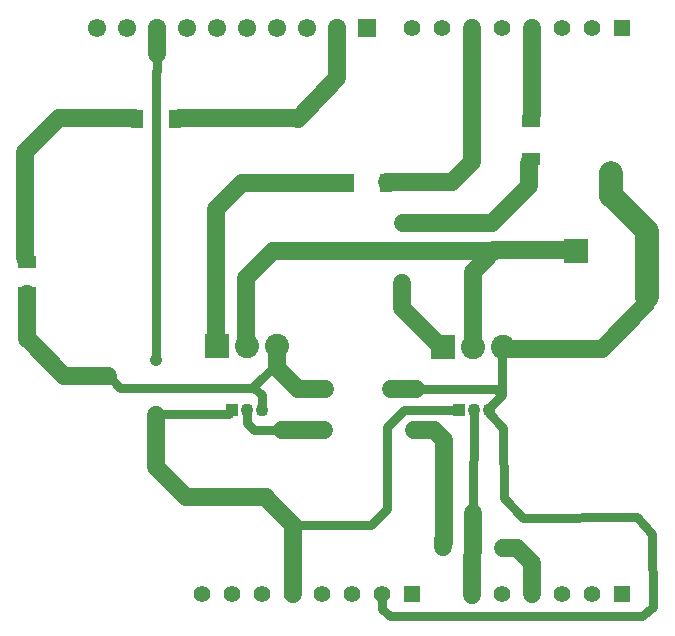
<source format=gtl>
%FSLAX33Y33*%
%MOMM*%
%AMRect-W2049999-H2049999-RO1.500*
21,1,2.049999,2.049999,0.,0.,90*%
%AMRect-W1000000-H1500000-RO0.500*
21,1,1.,1.5,0.,0.,270*%
%AMRect-W1000000-H1500000-RO1.000*
21,1,1.,1.5,0.,0.,180*%
%AMRect-W1550000-H1550000-RO1.000*
21,1,1.55,1.55,0.,0.,180*%
%AMRect-W1100000-H1100000-RO0.500*
21,1,1.1,1.1,0.,0.,270*%
%AMRect-W1400000-H1400000-RO0.500*
21,1,1.4,1.4,0.,0.,270*%
%AMRect-W2000000-H2000000-RO1.500*
21,1,2.,2.,0.,0.,90*%
%AMRR-H2000000-W2000000-R1000000-RO1.500*
1,1,2.,-0.,-0.*
1,1,2.,-0.,0.*
1,1,2.,0.,0.*
1,1,2.,0.,-0.*%
%AMRect-W1390000-H1390000-RO0.500*
21,1,1.39,1.39,0.,0.,270*%
%ADD10C,0.762*%
%ADD11C,2.032*%
%ADD12C,1.524*%
%ADD13C,1.0668*%
%ADD14C,2.049999*%
%ADD15Rect-W2049999-H2049999-RO1.500*%
%ADD16Rect-W1000000-H1500000-RO0.500*%
%ADD17Rect-W1000000-H1500000-RO1.000*%
%ADD18C,1.55*%
%ADD19Rect-W1550000-H1550000-RO1.000*%
%ADD20C,1.1*%
%ADD21Rect-W1100000-H1100000-RO0.500*%
%ADD22C,1.4*%
%ADD23Rect-W1400000-H1400000-RO0.500*%
%ADD24Rect-W2000000-H2000000-RO1.500*%
%ADD25RR-H2000000-W2000000-R1000000-RO1.500*%
%ADD26C,1.39*%
%ADD27Rect-W1390000-H1390000-RO0.500*%
D10*
%LNtop copper_traces*%
G01*
X31328Y16480D02*
X33680Y16480D01*
D11*
X61562Y36429D02*
X64610Y33380D01*
D12*
X42857Y20005D02*
X45016Y20005D01*
X48085Y37526D02*
X42568Y37526D01*
X49790Y39231D02*
X48085Y37526D01*
X33244Y23734D02*
X33244Y21747D01*
D10*
X30721Y18131D02*
X30721Y17087D01*
D12*
X51676Y31679D02*
X32916Y31679D01*
X54595Y37186D02*
X54595Y39136D01*
X30315Y37455D02*
X38870Y37455D01*
X33680Y16480D02*
X37186Y16480D01*
D10*
X52400Y16520D02*
X52481Y10759D01*
D12*
X52423Y23396D02*
X60736Y23396D01*
X12055Y28029D02*
X12055Y24224D01*
X49855Y29924D02*
X49855Y23538D01*
X43823Y26876D02*
X43823Y28936D01*
X47338Y6591D02*
X47338Y7300D01*
D10*
X65021Y7722D02*
X65075Y1542D01*
X51123Y18252D02*
X52311Y19441D01*
X23089Y48334D02*
X23089Y46871D01*
D12*
X25072Y42936D02*
X35029Y42936D01*
X38313Y46276D02*
X34994Y42868D01*
X34557Y2611D02*
X34557Y8453D01*
X25557Y10810D02*
X23010Y13358D01*
X43909Y34049D02*
X51458Y34049D01*
X49771Y2532D02*
X49797Y9522D01*
X15235Y21115D02*
X18898Y21115D01*
D10*
X49901Y18191D02*
X49797Y9655D01*
D11*
X64610Y33380D02*
X64610Y31196D01*
X64585Y31948D02*
X64585Y27788D01*
D10*
X63739Y9136D02*
X65021Y7722D01*
X48527Y18241D02*
X44029Y18241D01*
X30721Y17087D02*
X31328Y16480D01*
X23101Y17836D02*
X29163Y17836D01*
D12*
X47348Y15674D02*
X47348Y6901D01*
X51653Y31722D02*
X49855Y29924D01*
D10*
X42532Y9807D02*
X41171Y8445D01*
X31956Y19441D02*
X31956Y18217D01*
D12*
X11915Y40038D02*
X14813Y42936D01*
X28080Y35220D02*
X30315Y37455D01*
X30594Y23660D02*
X30594Y29357D01*
D10*
X41171Y8445D02*
X34630Y8445D01*
D12*
X54868Y5218D02*
X53556Y6530D01*
X38329Y50543D02*
X38329Y46360D01*
D10*
X31328Y20208D02*
X33244Y22123D01*
D12*
X51458Y34049D02*
X54595Y37186D01*
X23101Y50559D02*
X23101Y48303D01*
X32916Y31679D02*
X30594Y29357D01*
X54823Y50550D02*
X54823Y43144D01*
D10*
X42159Y2596D02*
X42159Y1382D01*
X52311Y19441D02*
X52311Y23492D01*
X31293Y20104D02*
X31956Y19441D01*
D12*
X49790Y50550D02*
X49790Y39231D01*
D10*
X44029Y18241D02*
X43396Y17607D01*
D12*
X53556Y6530D02*
X52352Y6530D01*
D10*
X23028Y46871D02*
X23028Y22558D01*
X42774Y0752D02*
X64186Y0752D01*
D12*
X32311Y10810D02*
X25557Y10810D01*
D10*
X33244Y22123D02*
X33244Y23490D01*
X45082Y20005D02*
X51747Y20005D01*
D12*
X23010Y13358D02*
X23010Y17788D01*
X28080Y23701D02*
X28080Y35220D01*
D10*
X19980Y20104D02*
X31293Y20104D01*
D12*
X46543Y16480D02*
X47348Y15674D01*
X11915Y31067D02*
X11915Y40038D01*
X12090Y24260D02*
X15235Y21115D01*
D10*
X52481Y10759D02*
X54051Y9086D01*
X63739Y9136*
D11*
X61526Y36355D02*
X61526Y38263D01*
D12*
X32212Y10798D02*
X34557Y8453D01*
X54868Y2603D02*
X54868Y5218D01*
X51778Y31722D02*
X58547Y31722D01*
X35027Y19964D02*
X37297Y19964D01*
D10*
X65075Y1542D02*
X64186Y0732D01*
D12*
X60736Y23396D02*
X64483Y27181D01*
X44836Y16480D02*
X46543Y16480D01*
D10*
X51156Y17981D02*
X52362Y16647D01*
D12*
X47315Y23383D02*
X43823Y26876D01*
D10*
X43414Y17625D02*
X42532Y16744D01*
X42159Y1382D02*
X42784Y0757D01*
X42532Y16744D02*
X42532Y9807D01*
D12*
X33244Y21747D02*
X35027Y19964D01*
D10*
X51747Y20005D02*
X52311Y19441D01*
X19002Y21082D02*
X19980Y20104D01*
D12*
X15067Y42936D02*
X21161Y42936D01*
D13*
X52194Y6530D03*
X37163Y16507D03*
X44714Y16464D03*
X37297Y20030D03*
X23028Y22405D03*
X42738Y20005D03*
X37297Y19964D03*
X47272Y6530D03*
X43932Y34026D03*
X43823Y28862D03*
X23010Y17788D03*
%LNtop copper component f256e903b1b0075b*%
D14*
X30704Y23660D03*
X33244Y23660D03*
D15*
X28164Y23660D03*
%LNtop copper component 88cb6c97ee84a3ef*%
D16*
X12073Y30746D03*
X12073Y28146D03*
%LNtop copper component 0992c2fab679028b*%
D17*
X24625Y42860D03*
X21425Y42860D03*
%LNtop copper component 5fbc6d91d4a5c07b*%
D16*
X54742Y42654D03*
X54742Y39454D03*
%LNtop copper component ec26137bd2f37d22*%
D18*
X38329Y50559D03*
X35789Y50559D03*
X33249Y50559D03*
X30709Y50559D03*
X28169Y50559D03*
X25629Y50559D03*
X23089Y50559D03*
X20549Y50559D03*
X18009Y50559D03*
D19*
X40869Y50559D03*
%LNtop copper component 0f3c5feef51aa351*%
D20*
X32012Y18162D03*
X30742Y18162D03*
D21*
X29472Y18162D03*
%LNtop copper component 623c2cde8dd2ec66*%
D22*
X59948Y2596D03*
X57408Y2596D03*
X54868Y2596D03*
X52328Y2596D03*
X49788Y2596D03*
D23*
X62488Y2596D03*
%LNtop copper component 40c21c38a6e81b0a*%
D24*
X58599Y31692D03*
D25*
X64599Y31692D03*
X61599Y36392D03*
%LNtop copper component 25fcb071ea781e2f*%
D17*
X42491Y37452D03*
X39291Y37452D03*
%LNtop copper component 5c777b7311229c55*%
D26*
X42146Y2596D03*
X39606Y2596D03*
X37066Y2596D03*
X34526Y2596D03*
X31986Y2596D03*
X29446Y2596D03*
X26906Y2596D03*
D27*
X44686Y2596D03*
%LNtop copper component 603dce8ef9af0ef7*%
D26*
X59950Y50550D03*
X57410Y50550D03*
X54870Y50550D03*
X52330Y50550D03*
X49790Y50550D03*
X47250Y50550D03*
X44710Y50550D03*
D27*
X62490Y50550D03*
%LNtop copper component 697265a9e9480490*%
D14*
X49855Y23497D03*
X52395Y23497D03*
D15*
X47315Y23497D03*
%LNtop copper component fcda6793b77e14ab*%
D20*
X51156Y18241D03*
X49886Y18241D03*
D21*
X48616Y18241D03*
M02*
</source>
